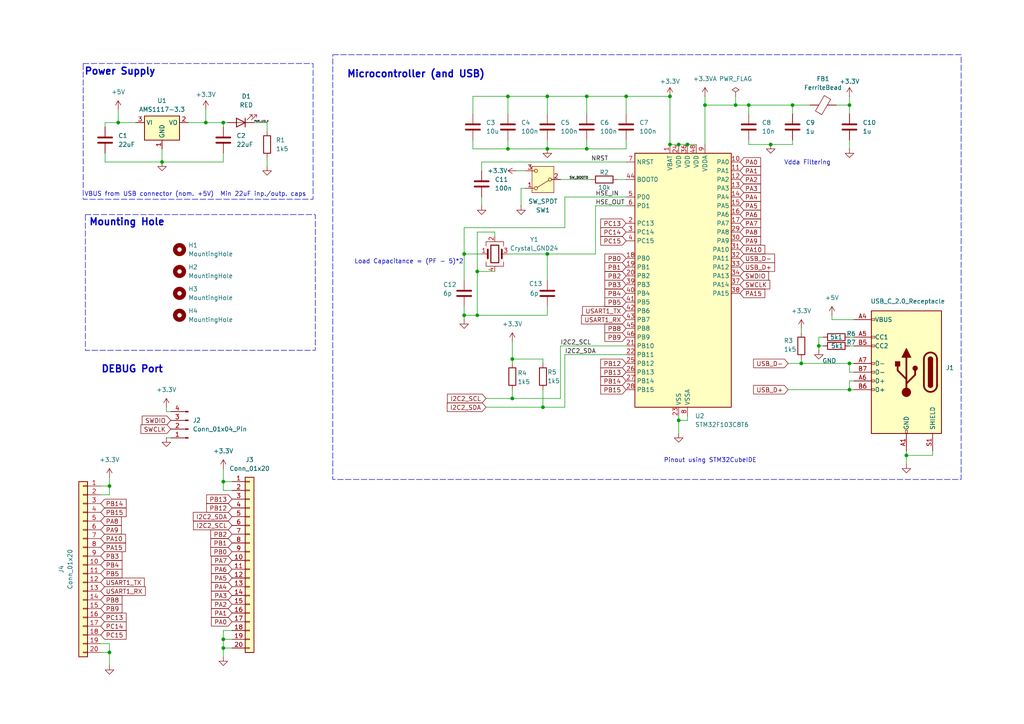
<source format=kicad_sch>
(kicad_sch (version 20231120) (generator "eeschema") (generator_version "8.0")
  (paper "A4")
  (title_block (title "First STM32 Design") (date "2024-02-27") (rev "0.1") (company "Secured Solutions Group"))
  (lib_symbols
    (symbol "Connector:Conn_01x04_Pin" (pin_names (offset 1.016) hide)
      (property "Reference" "J" (at 0 5.08 0))
      (property "Value" "Conn_01x04_Pin" (at 0 -7.62 0))
      (symbol "Conn_01x04_Pin_1_1"
        (pin passive line (at 5.08 2.54 180) (length 3.81) (name "Pin_1") (number "1"))
        (pin passive line (at 5.08 0 180) (length 3.81) (name "Pin_2") (number "2"))
        (pin passive line (at 5.08 -2.54 180) (length 3.81) (name "Pin_3") (number "3"))
        (pin passive line (at 5.08 -5.08 180) (length 3.81) (name "Pin_4") (number "4"))
      )
    )
    (symbol "Connector:USB_C_Receptacle_USB2.0_14P" (pin_names (offset 1.016))
      (property "Reference" "J" (at 0 22.225 0))
      (property "Value" "USB_C_Receptacle_USB2.0_14P" (at 0 19.685 0))
      (symbol "USB_C_Receptacle_USB2.0_14P_1_1"
        (pin passive line (at 0 -22.86 90) (length 5.08) (name "GND") (number "A1"))
        (pin passive line (at 0 -22.86 90) (length 5.08) hide (name "GND") (number "A12"))
        (pin passive line (at 15.24 15.24 180) (length 5.08) (name "VBUS") (number "A4"))
        (pin bidirectional line (at 15.24 10.16 180) (length 5.08) (name "CC1") (number "A5"))
        (pin bidirectional line (at 15.24 -2.54 180) (length 5.08) (name "D+") (number "A6"))
        (pin bidirectional line (at 15.24 2.54 180) (length 5.08) (name "D-") (number "A7"))
        (pin passive line (at 15.24 15.24 180) (length 5.08) hide (name "VBUS") (number "A9"))
        (pin passive line (at 0 -22.86 90) (length 5.08) hide (name "GND") (number "B1"))
        (pin passive line (at 0 -22.86 90) (length 5.08) hide (name "GND") (number "B12"))
        (pin passive line (at 15.24 15.24 180) (length 5.08) hide (name "VBUS") (number "B4"))
        (pin bidirectional line (at 15.24 7.62 180) (length 5.08) (name "CC2") (number "B5"))
        (pin bidirectional line (at 15.24 -5.08 180) (length 5.08) (name "D+") (number "B6"))
        (pin bidirectional line (at 15.24 0 180) (length 5.08) (name "D-") (number "B7"))
        (pin passive line (at 15.24 15.24 180) (length 5.08) hide (name "VBUS") (number "B9"))
        (pin passive line (at -7.62 -22.86 90) (length 5.08) (name "SHIELD") (number "S1"))
      )
    )
    (symbol "Connector_Generic:Conn_01x20" (pin_names (offset 1.016) hide)
      (property "Reference" "J" (at 0 25.4 0))
      (property "Value" "Conn_01x20" (at 0 -27.94 0))
      (symbol "Conn_01x20_1_1"
        (pin passive line (at -5.08 22.86 0) (length 3.81) (name "Pin_1") (number "1"))
        (pin passive line (at -5.08 0 0) (length 3.81) (name "Pin_10") (number "10"))
        (pin passive line (at -5.08 -2.54 0) (length 3.81) (name "Pin_11") (number "11"))
        (pin passive line (at -5.08 -5.08 0) (length 3.81) (name "Pin_12") (number "12"))
        (pin passive line (at -5.08 -7.62 0) (length 3.81) (name "Pin_13") (number "13"))
        (pin passive line (at -5.08 -10.16 0) (length 3.81) (name "Pin_14") (number "14"))
        (pin passive line (at -5.08 -12.7 0) (length 3.81) (name "Pin_15") (number "15"))
        (pin passive line (at -5.08 -15.24 0) (length 3.81) (name "Pin_16") (number "16"))
        (pin passive line (at -5.08 -17.78 0) (length 3.81) (name "Pin_17") (number "17"))
        (pin passive line (at -5.08 -20.32 0) (length 3.81) (name "Pin_18") (number "18"))
        (pin passive line (at -5.08 -22.86 0) (length 3.81) (name "Pin_19") (number "19"))
        (pin passive line (at -5.08 20.32 0) (length 3.81) (name "Pin_2") (number "2"))
        (pin passive line (at -5.08 -25.4 0) (length 3.81) (name "Pin_20") (number "20"))
        (pin passive line (at -5.08 17.78 0) (length 3.81) (name "Pin_3") (number "3"))
        (pin passive line (at -5.08 15.24 0) (length 3.81) (name "Pin_4") (number "4"))
        (pin passive line (at -5.08 12.7 0) (length 3.81) (name "Pin_5") (number "5"))
        (pin passive line (at -5.08 10.16 0) (length 3.81) (name "Pin_6") (number "6"))
        (pin passive line (at -5.08 7.62 0) (length 3.81) (name "Pin_7") (number "7"))
        (pin passive line (at -5.08 5.08 0) (length 3.81) (name "Pin_8") (number "8"))
        (pin passive line (at -5.08 2.54 0) (length 3.81) (name "Pin_9") (number "9"))
      )
    )
    (symbol "My_Library:+3.3V" (power) (pin_numbers hide) (pin_names (offset 0) hide)
      (property "Value" "+3.3V" (at 0 3.556 0))
      (symbol "+3.3V_1_1"
        (pin power_in line (at 0 0 90) (length 0) (name "~") (number "1"))
      )
    )
    (symbol "My_Library:+3.3VA" (power) (pin_numbers hide) (pin_names (offset 0) hide)
      (property "Value" "+3.3VA" (at 0 3.556 0))
      (symbol "+3.3VA_1_1"
        (pin power_in line (at 0 0 90) (length 0) (name "~") (number "1"))
      )
    )
    (symbol "My_Library:AMS1117-3.3"
      (property "Reference" "U" (at -3.81 3.175 0))
      (property "Value" "AMS1117-3.3" (at 0 3.175 0))
      (symbol "AMS1117-3.3_1_1"
        (pin power_in line (at 0 -7.62 90) (length 2.54) (name "GND") (number "1"))
        (pin power_out line (at 7.62 0 180) (length 2.54) (name "VO") (number "2"))
        (pin power_in line (at -7.62 0 0) (length 2.54) (name "VI") (number "3"))
      )
    )
    (symbol "My_Library:C" (pin_numbers hide) (pin_names (offset 0.254))
      (property "Reference" "C" (at 0.635 2.54 0))
      (property "Value" "C" (at 0.635 -2.54 0))
      (symbol "C_1_1"
        (pin passive line (at 0 3.81 270) (length 2.794) (name "~") (number "1"))
        (pin passive line (at 0 -3.81 90) (length 2.794) (name "~") (number "2"))
      )
    )
    (symbol "My_Library:Crystal_GND24" (pin_names (offset 1.016) hide)
      (property "Reference" "Y" (at 3.175 5.08 0))
      (property "Value" "Crystal_GND24" (at 3.175 3.175 0))
      (symbol "Crystal_GND24_1_1"
        (pin passive line (at -3.81 0 0) (length 1.27) (name "1") (number "1"))
        (pin passive line (at 0 5.08 270) (length 1.27) (name "2") (number "2"))
        (pin passive line (at 3.81 0 180) (length 1.27) (name "3") (number "3"))
        (pin passive line (at 0 -5.08 90) (length 1.27) (name "4") (number "4"))
      )
    )
    (symbol "My_Library:FerriteBead" (pin_numbers hide) (pin_names (offset 0))
      (property "Reference" "FB" (at -3.81 0.635 90))
      (property "Value" "FerriteBead" (at 3.81 0 90))
      (symbol "FerriteBead_1_1"
        (pin passive line (at 0 3.81 270) (length 2.54) (name "~") (number "1"))
        (pin passive line (at 0 -3.81 90) (length 2.54) (name "~") (number "2"))
      )
    )
    (symbol "My_Library:GND" (power) (pin_numbers hide) (pin_names (offset 0) hide)
      (property "Value" "GND" (at 0 -3.81 0))
      (symbol "GND_1_1"
        (pin power_in line (at 0 0 270) (length 0) (name "~") (number "1"))
      )
    )
    (symbol "My_Library:LED" (pin_numbers hide) (pin_names (offset 1.016) hide)
      (property "Reference" "D" (at 0 2.54 0))
      (property "Value" "LED" (at 0 -2.54 0))
      (symbol "LED_1_1"
        (pin passive line (at -3.81 0 0) (length 2.54) (name "K") (number "1"))
        (pin passive line (at 3.81 0 180) (length 2.54) (name "A") (number "2"))
      )
    )
    (symbol "My_Library:MountingHole" (pin_names (offset 1.016))
      (property "Reference" "H" (at 0 5.08 0))
      (property "Value" "MountingHole" (at 0 3.175 0))
    )
    (symbol "My_Library:PWR_FLAG" (power) (pin_numbers hide) (pin_names (offset 0) hide)
      (property "Value" "PWR_FLAG" (at 0 3.81 0))
      (symbol "PWR_FLAG_0_0"
        (pin power_out line (at 0 0 90) (length 0) (name "~") (number "1"))
      )
    )
    (symbol "My_Library:R" (pin_numbers hide) (pin_names (offset 0))
      (property "Reference" "R" (at 2.032 0 90))
      (property "Value" "R" (at 0 0 90))
      (symbol "R_1_1"
        (pin passive line (at 0 3.81 270) (length 1.27) (name "~") (number "1"))
        (pin passive line (at 0 -3.81 90) (length 1.27) (name "~") (number "2"))
      )
    )
    (symbol "My_Library:STM32F103C8Tx"
      (property "Reference" "U" (at -12.7 39.37 0))
      (property "Value" "STM32F103C8Tx" (at 10.16 39.37 0))
      (symbol "STM32F103C8Tx_1_1"
        (pin power_in line (at -2.54 40.64 270) (length 2.54) (name "VBAT") (number "1"))
        (pin bidirectional line (at 17.78 35.56 180) (length 2.54) (name "PA0") (number "10"))
        (pin bidirectional line (at 17.78 33.02 180) (length 2.54) (name "PA1") (number "11"))
        (pin bidirectional line (at 17.78 30.48 180) (length 2.54) (name "PA2") (number "12"))
        (pin bidirectional line (at 17.78 27.94 180) (length 2.54) (name "PA3") (number "13"))
        (pin bidirectional line (at 17.78 25.4 180) (length 2.54) (name "PA4") (number "14"))
        (pin bidirectional line (at 17.78 22.86 180) (length 2.54) (name "PA5") (number "15"))
        (pin bidirectional line (at 17.78 20.32 180) (length 2.54) (name "PA6") (number "16"))
        (pin bidirectional line (at 17.78 17.78 180) (length 2.54) (name "PA7") (number "17"))
        (pin bidirectional line (at -15.24 7.62 0) (length 2.54) (name "PB0") (number "18"))
        (pin bidirectional line (at -15.24 5.08 0) (length 2.54) (name "PB1") (number "19"))
        (pin bidirectional line (at -15.24 17.78 0) (length 2.54) (name "PC13") (number "2"))
        (pin bidirectional line (at -15.24 2.54 0) (length 2.54) (name "PB2") (number "20"))
        (pin bidirectional line (at -15.24 -17.78 0) (length 2.54) (name "PB10") (number "21"))
        (pin bidirectional line (at -15.24 -20.32 0) (length 2.54) (name "PB11") (number "22"))
        (pin power_in line (at 0 -38.1 90) (length 2.54) (name "VSS") (number "23"))
        (pin power_in line (at 0 40.64 270) (length 2.54) (name "VDD") (number "24"))
        (pin bidirectional line (at -15.24 -22.86 0) (length 2.54) (name "PB12") (number "25"))
        (pin bidirectional line (at -15.24 -25.4 0) (length 2.54) (name "PB13") (number "26"))
        (pin bidirectional line (at -15.24 -27.94 0) (length 2.54) (name "PB14") (number "27"))
        (pin bidirectional line (at -15.24 -30.48 0) (length 2.54) (name "PB15") (number "28"))
        (pin bidirectional line (at 17.78 15.24 180) (length 2.54) (name "PA8") (number "29"))
        (pin bidirectional line (at -15.24 15.24 0) (length 2.54) (name "PC14") (number "3"))
        (pin bidirectional line (at 17.78 12.7 180) (length 2.54) (name "PA9") (number "30"))
        (pin bidirectional line (at 17.78 10.16 180) (length 2.54) (name "PA10") (number "31"))
        (pin bidirectional line (at 17.78 7.62 180) (length 2.54) (name "PA11") (number "32"))
        (pin bidirectional line (at 17.78 5.08 180) (length 2.54) (name "PA12") (number "33"))
        (pin bidirectional line (at 17.78 2.54 180) (length 2.54) (name "PA13") (number "34"))
        (pin passive line (at 0 -38.1 90) (length 2.54) hide (name "VSS") (number "35"))
        (pin power_in line (at 2.54 40.64 270) (length 2.54) (name "VDD") (number "36"))
        (pin bidirectional line (at 17.78 0 180) (length 2.54) (name "PA14") (number "37"))
        (pin bidirectional line (at 17.78 -2.54 180) (length 2.54) (name "PA15") (number "38"))
        (pin bidirectional line (at -15.24 0 0) (length 2.54) (name "PB3") (number "39"))
        (pin bidirectional line (at -15.24 12.7 0) (length 2.54) (name "PC15") (number "4"))
        (pin bidirectional line (at -15.24 -2.54 0) (length 2.54) (name "PB4") (number "40"))
        (pin bidirectional line (at -15.24 -5.08 0) (length 2.54) (name "PB5") (number "41"))
        (pin bidirectional line (at -15.24 -7.62 0) (length 2.54) (name "PB6") (number "42"))
        (pin bidirectional line (at -15.24 -10.16 0) (length 2.54) (name "PB7") (number "43"))
        (pin input line (at -15.24 30.48 0) (length 2.54) (name "BOOT0") (number "44"))
        (pin bidirectional line (at -15.24 -12.7 0) (length 2.54) (name "PB8") (number "45"))
        (pin bidirectional line (at -15.24 -15.24 0) (length 2.54) (name "PB9") (number "46"))
        (pin passive line (at 0 -38.1 90) (length 2.54) hide (name "VSS") (number "47"))
        (pin power_in line (at 5.08 40.64 270) (length 2.54) (name "VDD") (number "48"))
        (pin bidirectional line (at -15.24 25.4 0) (length 2.54) (name "PD0") (number "5"))
        (pin bidirectional line (at -15.24 22.86 0) (length 2.54) (name "PD1") (number "6"))
        (pin input line (at -15.24 35.56 0) (length 2.54) (name "NRST") (number "7"))
        (pin power_in line (at 2.54 -38.1 90) (length 2.54) (name "VSSA") (number "8"))
        (pin power_in line (at 7.62 40.64 270) (length 2.54) (name "VDDA") (number "9"))
      )
    )
    (symbol "My_Library:SW_SPDT" (pin_names (offset 0) hide)
      (property "Reference" "SW" (at 0 5.08 0))
      (property "Value" "SW_SPDT" (at 0 -5.08 0))
      (symbol "SW_SPDT_1_1"
        (pin passive line (at 5.08 2.54 180) (length 2.54) (name "A") (number "1"))
        (pin passive line (at -5.08 0 0) (length 2.54) (name "B") (number "2"))
        (pin passive line (at 5.08 -2.54 180) (length 2.54) (name "C") (number "3"))
      )
    )
    (symbol "power:+5V" (power) (pin_numbers hide) (pin_names (offset 0) hide)
      (property "Value" "+5V" (at 0 3.556 0))
      (symbol "+5V_1_1"
        (pin power_in line (at 0 0 90) (length 0) (name "~") (number "1"))
      )
    )
  )
  (junction (at 64.77 187.96))
  (junction (at 64.77 35.56))
  (junction (at 31.75 189.23))
  (junction (at 170.18 43.18))
  (junction (at 237.49 100.33))
  (junction (at 194.31 41.91))
  (junction (at 204.47 30.48))
  (junction (at 246.38 113.03))
  (junction (at 158.75 73.66))
  (junction (at 262.89 132.08))
  (junction (at 232.41 105.41))
  (junction (at 147.32 43.18))
  (junction (at 213.36 30.48))
  (junction (at 138.43 78.74))
  (junction (at 64.77 185.42))
  (junction (at 157.48 118.11))
  (junction (at 246.38 105.41))
  (junction (at 217.17 30.48))
  (junction (at 138.43 91.44))
  (junction (at 64.77 139.7))
  (junction (at 148.59 115.57))
  (junction (at 196.85 121.92))
  (junction (at 194.31 27.94))
  (junction (at 148.59 104.14))
  (junction (at 134.62 91.44))
  (junction (at 181.61 27.94))
  (junction (at 223.52 41.91))
  (junction (at 147.32 27.94))
  (junction (at 199.39 41.91))
  (junction (at 59.69 35.56))
  (junction (at 229.87 30.48))
  (junction (at 158.75 27.94))
  (junction (at 196.85 41.91))
  (junction (at 246.38 30.48))
  (junction (at 34.29 35.56))
  (junction (at 31.75 140.97))
  (junction (at 46.99 46.99))
  (junction (at 158.75 43.18))
  (junction (at 170.18 27.94))
  (junction (at 134.62 73.66))
  (wire (pts (xy 170.18 33.02) (xy 170.18 27.94)))
  (wire (pts (xy 31.75 143.51) (xy 31.75 140.97)))
  (wire (pts (xy 172.72 59.69) (xy 172.72 73.66)))
  (wire (pts (xy 151.13 54.61) (xy 152.4 54.61)))
  (wire (pts (xy 59.69 35.56) (xy 64.77 35.56)))
  (wire (pts (xy 181.61 33.02) (xy 181.61 27.94)))
  (wire (pts (xy 137.16 27.94) (xy 147.32 27.94)))
  (wire (pts (xy 64.77 35.56) (xy 64.77 36.83)))
  (wire (pts (xy 247.65 107.95) (xy 246.38 107.95)))
  (wire (pts (xy 140.97 118.11) (xy 157.48 118.11)))
  (wire (pts (xy 77.47 35.56) (xy 77.47 38.1)))
  (wire (pts (xy 30.48 35.56) (xy 34.29 35.56)))
  (wire (pts (xy 229.87 40.64) (xy 229.87 41.91)))
  (wire (pts (xy 262.89 132.08) (xy 262.89 130.81)))
  (wire (pts (xy 229.87 30.48) (xy 234.95 30.48)))
  (wire (pts (xy 134.62 66.04) (xy 134.62 73.66)))
  (wire (pts (xy 147.32 40.64) (xy 147.32 43.18)))
  (wire (pts (xy 158.75 43.18) (xy 170.18 43.18)))
  (wire (pts (xy 158.75 88.9) (xy 158.75 91.44)))
  (wire (pts (xy 196.85 120.65) (xy 196.85 121.92)))
  (wire (pts (xy 31.75 193.04) (xy 31.75 189.23)))
  (wire (pts (xy 232.41 95.25) (xy 232.41 96.52)))
  (wire (pts (xy 163.83 57.15) (xy 181.61 57.15)))
  (wire (pts (xy 59.69 31.75) (xy 59.69 35.56)))
  (wire (pts (xy 270.51 130.81) (xy 270.51 132.08)))
  (wire (pts (xy 138.43 78.74) (xy 143.51 78.74)))
  (wire (pts (xy 148.59 104.14) (xy 157.48 104.14)))
  (wire (pts (xy 67.31 182.88) (xy 64.77 182.88)))
  (wire (pts (xy 158.75 73.66) (xy 158.75 81.28)))
  (wire (pts (xy 31.75 189.23) (xy 29.21 189.23)))
  (wire (pts (xy 64.77 182.88) (xy 64.77 185.42)))
  (wire (pts (xy 30.48 36.83) (xy 30.48 35.56)))
  (wire (pts (xy 181.61 40.64) (xy 181.61 43.18)))
  (wire (pts (xy 29.21 140.97) (xy 31.75 140.97)))
  (wire (pts (xy 242.57 30.48) (xy 246.38 30.48)))
  (wire (pts (xy 246.38 30.48) (xy 246.38 33.02)))
  (wire (pts (xy 148.59 115.57) (xy 162.56 115.57)))
  (wire (pts (xy 148.59 99.06) (xy 148.59 104.14)))
  (wire (pts (xy 30.48 44.45) (xy 30.48 46.99)))
  (wire (pts (xy 137.16 33.02) (xy 137.16 27.94)))
  (wire (pts (xy 158.75 40.64) (xy 158.75 43.18)))
  (wire (pts (xy 151.13 59.69) (xy 151.13 54.61)))
  (wire (pts (xy 237.49 100.33) (xy 237.49 101.6)))
  (wire (pts (xy 134.62 88.9) (xy 134.62 91.44)))
  (wire (pts (xy 204.47 30.48) (xy 213.36 30.48)))
  (wire (pts (xy 64.77 187.96) (xy 67.31 187.96)))
  (wire (pts (xy 204.47 30.48) (xy 204.47 41.91)))
  (wire (pts (xy 163.83 57.15) (xy 163.83 66.04)))
  (wire (pts (xy 149.86 49.53) (xy 152.4 49.53)))
  (wire (pts (xy 246.38 43.18) (xy 246.38 40.64)))
  (wire (pts (xy 64.77 142.24) (xy 64.77 139.7)))
  (wire (pts (xy 34.29 35.56) (xy 39.37 35.56)))
  (wire (pts (xy 237.49 100.33) (xy 238.76 100.33)))
  (wire (pts (xy 172.72 73.66) (xy 158.75 73.66)))
  (wire (pts (xy 137.16 43.18) (xy 147.32 43.18)))
  (wire (pts (xy 229.87 30.48) (xy 229.87 33.02)))
  (wire (pts (xy 64.77 190.5) (xy 64.77 187.96)))
  (wire (pts (xy 199.39 41.91) (xy 201.93 41.91)))
  (wire (pts (xy 194.31 41.91) (xy 196.85 41.91)))
  (wire (pts (xy 246.38 110.49) (xy 247.65 110.49)))
  (wire (pts (xy 238.76 97.79) (xy 237.49 97.79)))
  (wire (pts (xy 170.18 27.94) (xy 181.61 27.94)))
  (wire (pts (xy 241.3 91.44) (xy 241.3 92.71)))
  (wire (pts (xy 31.75 189.23) (xy 31.75 186.69)))
  (wire (pts (xy 67.31 142.24) (xy 64.77 142.24)))
  (wire (pts (xy 46.99 46.99) (xy 64.77 46.99)))
  (wire (pts (xy 217.17 41.91) (xy 217.17 40.64)))
  (wire (pts (xy 138.43 91.44) (xy 134.62 91.44)))
  (wire (pts (xy 147.32 27.94) (xy 158.75 27.94)))
  (wire (pts (xy 194.31 27.94) (xy 194.31 41.91)))
  (wire (pts (xy 31.75 138.43) (xy 31.75 140.97)))
  (wire (pts (xy 204.47 27.94) (xy 204.47 30.48)))
  (wire (pts (xy 64.77 44.45) (xy 64.77 46.99)))
  (wire (pts (xy 217.17 30.48) (xy 217.17 33.02)))
  (wire (pts (xy 67.31 139.7) (xy 64.77 139.7)))
  (wire (pts (xy 217.17 30.48) (xy 229.87 30.48)))
  (wire (pts (xy 157.48 113.03) (xy 157.48 118.11)))
  (wire (pts (xy 213.36 27.94) (xy 213.36 30.48)))
  (wire (pts (xy 246.38 113.03) (xy 246.38 110.49)))
  (wire (pts (xy 48.26 119.38) (xy 49.53 119.38)))
  (wire (pts (xy 139.7 46.99) (xy 181.61 46.99)))
  (wire (pts (xy 34.29 31.75) (xy 34.29 35.56)))
  (wire (pts (xy 46.99 43.18) (xy 46.99 46.99)))
  (wire (pts (xy 163.83 102.87) (xy 163.83 118.11)))
  (wire (pts (xy 147.32 27.94) (xy 147.32 33.02)))
  (wire (pts (xy 138.43 91.44) (xy 158.75 91.44)))
  (wire (pts (xy 162.56 100.33) (xy 181.61 100.33)))
  (wire (pts (xy 213.36 30.48) (xy 217.17 30.48)))
  (wire (pts (xy 162.56 52.07) (xy 171.45 52.07)))
  (wire (pts (xy 139.7 49.53) (xy 139.7 46.99)))
  (wire (pts (xy 147.32 73.66) (xy 158.75 73.66)))
  (wire (pts (xy 77.47 45.72) (xy 77.47 48.26)))
  (wire (pts (xy 139.7 57.15) (xy 139.7 59.69)))
  (wire (pts (xy 143.51 68.58) (xy 143.51 67.31)))
  (wire (pts (xy 246.38 27.94) (xy 246.38 30.48)))
  (wire (pts (xy 196.85 121.92) (xy 199.39 121.92)))
  (wire (pts (xy 48.26 127) (xy 49.53 127)))
  (wire (pts (xy 148.59 104.14) (xy 148.59 105.41)))
  (wire (pts (xy 138.43 78.74) (xy 138.43 91.44)))
  (wire (pts (xy 246.38 97.79) (xy 247.65 97.79)))
  (wire (pts (xy 196.85 121.92) (xy 196.85 125.73)))
  (wire (pts (xy 64.77 35.56) (xy 66.04 35.56)))
  (wire (pts (xy 73.66 35.56) (xy 77.47 35.56)))
  (wire (pts (xy 138.43 67.31) (xy 138.43 78.74)))
  (wire (pts (xy 228.6 105.41) (xy 232.41 105.41)))
  (wire (pts (xy 232.41 105.41) (xy 246.38 105.41)))
  (wire (pts (xy 163.83 66.04) (xy 134.62 66.04)))
  (wire (pts (xy 237.49 97.79) (xy 237.49 100.33)))
  (wire (pts (xy 148.59 115.57) (xy 140.97 115.57)))
  (wire (pts (xy 148.59 113.03) (xy 148.59 115.57)))
  (wire (pts (xy 157.48 118.11) (xy 163.83 118.11)))
  (wire (pts (xy 29.21 143.51) (xy 31.75 143.51)))
  (wire (pts (xy 163.83 102.87) (xy 181.61 102.87)))
  (wire (pts (xy 262.89 134.62) (xy 262.89 132.08)))
  (wire (pts (xy 64.77 185.42) (xy 64.77 187.96)))
  (wire (pts (xy 172.72 59.69) (xy 181.61 59.69)))
  (wire (pts (xy 134.62 73.66) (xy 134.62 81.28)))
  (wire (pts (xy 246.38 100.33) (xy 247.65 100.33)))
  (wire (pts (xy 134.62 73.66) (xy 139.7 73.66)))
  (wire (pts (xy 223.52 41.91) (xy 217.17 41.91)))
  (wire (pts (xy 170.18 40.64) (xy 170.18 43.18)))
  (wire (pts (xy 147.32 43.18) (xy 158.75 43.18)))
  (wire (pts (xy 199.39 121.92) (xy 199.39 120.65)))
  (wire (pts (xy 241.3 92.71) (xy 247.65 92.71)))
  (wire (pts (xy 158.75 27.94) (xy 170.18 27.94)))
  (wire (pts (xy 157.48 105.41) (xy 157.48 104.14)))
  (wire (pts (xy 31.75 186.69) (xy 29.21 186.69)))
  (wire (pts (xy 270.51 132.08) (xy 262.89 132.08)))
  (wire (pts (xy 246.38 107.95) (xy 246.38 105.41)))
  (wire (pts (xy 179.07 52.07) (xy 181.61 52.07)))
  (wire (pts (xy 48.26 118.11) (xy 48.26 119.38)))
  (wire (pts (xy 137.16 40.64) (xy 137.16 43.18)))
  (wire (pts (xy 64.77 135.89) (xy 64.77 139.7)))
  (wire (pts (xy 143.51 67.31) (xy 138.43 67.31)))
  (wire (pts (xy 181.61 27.94) (xy 194.31 27.94)))
  (wire (pts (xy 196.85 41.91) (xy 199.39 41.91)))
  (wire (pts (xy 162.56 100.33) (xy 162.56 115.57)))
  (wire (pts (xy 30.48 46.99) (xy 46.99 46.99)))
  (wire (pts (xy 170.18 43.18) (xy 181.61 43.18)))
  (wire (pts (xy 134.62 91.44) (xy 134.62 92.71)))
  (wire (pts (xy 228.6 113.03) (xy 246.38 113.03)))
  (wire (pts (xy 229.87 41.91) (xy 223.52 41.91)))
  (wire (pts (xy 246.38 105.41) (xy 247.65 105.41)))
  (wire (pts (xy 232.41 104.14) (xy 232.41 105.41)))
  (wire (pts (xy 54.61 35.56) (xy 59.69 35.56)))
  (wire (pts (xy 247.65 113.03) (xy 246.38 113.03)))
  (wire (pts (xy 67.31 185.42) (xy 64.77 185.42)))
  (wire (pts (xy 158.75 27.94) (xy 158.75 33.02)))
  (rectangle (start 24.765 62.23) (end 91.44 101.6) (stroke (width 0) (type dash)))
  (rectangle (start 24.13 18.415) (end 90.805 57.785) (stroke (width 0) (type dash)))
  (rectangle (start 96.52 15.875) (end 278.765 139.065) (stroke (width 0) (type dash)))
  (text "Mounting Hole" (at 36.83 64.516 0) (effects (font (size 2 2) (thickness 0.4) (bold yes))))
  (text "Load Capacitance = (PF - 5)*2" (at 118.618 75.946 0) (effects (font (size 1.27 1.27))))
  (text "Microcontroller (and USB)\n" (at 120.65 21.59 0) (effects (font (size 2 2) (thickness 0.4) (bold yes))))
  (text "DEBUG Port" (at 38.354 107.188 0) (effects (font (size 2 2) (thickness 0.4) (bold yes))))
  (text "Vdda Filtering" (at 234.188 47.244 0) (effects (font (size 1.27 1.27))))
  (text "Power Supply" (at 34.798 20.828 0) (effects (font (size 2 2) (thickness 0.4) (bold yes))))
  (text "VBUS from USB connector (nom. +5V)  Min 22uF inp./outp. caps" (at 56.642 56.388 0) (effects (font (size 1.27 1.27))))
  (text "Pinout using STM32CubeIDE" (at 205.994 133.604 0) (effects (font (size 1.27 1.27))))
  (label "I2C2_SCL" (at 162.56 100.33 0))
  (label "HSE_IN" (at 172.72 57.15 0))
  (label "PWR_LED_K" (at 73.66 35.56 0) (effects (font (size 0.5 0.5))))
  (label "SW_BOOT0" (at 165.1 52.07 0) (effects (font (size 0.7 0.7))))
  (label "NRST" (at 171.45 46.99 0))
  (label "I2C2_SDA" (at 163.83 102.87 0))
  (label "HSE_OUT" (at 172.72 59.69 0))
  (global_label "PB13" (shape input) (at 67.31 144.78 180) (property "Intersheetrefs" "${INTERSHEET_REFS}" (effects (hide yes))))
  (global_label "PB9" (shape input) (at 181.61 97.79 180) (property "Intersheetrefs" "${INTERSHEET_REFS}" (effects (hide yes))))
  (global_label "USB_D-" (shape input) (at 228.6 105.41 180) (property "Intersheetrefs" "${INTERSHEET_REFS}" (effects (hide yes))))
  (global_label "PB9" (shape input) (at 29.21 176.53 0) (property "Intersheetrefs" "${INTERSHEET_REFS}" (effects (hide yes))))
  (global_label "PB1" (shape input) (at 181.61 77.47 180) (property "Intersheetrefs" "${INTERSHEET_REFS}" (effects (hide yes))))
  (global_label "PA3" (shape input) (at 67.31 172.72 180) (property "Intersheetrefs" "${INTERSHEET_REFS}" (effects (hide yes))))
  (global_label "PA1" (shape input) (at 67.31 177.8 180) (property "Intersheetrefs" "${INTERSHEET_REFS}" (effects (hide yes))))
  (global_label "PC14" (shape input) (at 181.61 67.31 180) (property "Intersheetrefs" "${INTERSHEET_REFS}" (effects (hide yes))))
  (global_label "PB5" (shape input) (at 29.21 166.37 0) (property "Intersheetrefs" "${INTERSHEET_REFS}" (effects (hide yes))))
  (global_label "PA7" (shape input) (at 67.31 162.56 180) (property "Intersheetrefs" "${INTERSHEET_REFS}" (effects (hide yes))))
  (global_label "PB3" (shape input) (at 181.61 82.55 180) (property "Intersheetrefs" "${INTERSHEET_REFS}" (effects (hide yes))))
  (global_label "PA4" (shape input) (at 214.63 57.15 0) (property "Intersheetrefs" "${INTERSHEET_REFS}" (effects (hide yes))))
  (global_label "PA10" (shape input) (at 214.63 72.39 0) (property "Intersheetrefs" "${INTERSHEET_REFS}" (effects (hide yes))))
  (global_label "USART1_TX" (shape input) (at 181.61 90.17 180) (property "Intersheetrefs" "${INTERSHEET_REFS}" (effects (hide yes))))
  (global_label "USB_D+" (shape input) (at 228.6 113.03 180) (property "Intersheetrefs" "${INTERSHEET_REFS}" (effects (hide yes))))
  (global_label "PA6" (shape input) (at 67.31 165.1 180) (property "Intersheetrefs" "${INTERSHEET_REFS}" (effects (hide yes))))
  (global_label "I2C2_SCL" (shape input) (at 140.97 115.57 180) (property "Intersheetrefs" "${INTERSHEET_REFS}" (effects (hide yes))))
  (global_label "PA3" (shape input) (at 214.63 54.61 0) (property "Intersheetrefs" "${INTERSHEET_REFS}" (effects (hide yes))))
  (global_label "PB14" (shape input) (at 181.61 110.49 180) (property "Intersheetrefs" "${INTERSHEET_REFS}" (effects (hide yes))))
  (global_label "PA7" (shape input) (at 214.63 64.77 0) (property "Intersheetrefs" "${INTERSHEET_REFS}" (effects (hide yes))))
  (global_label "PA10" (shape input) (at 29.21 156.21 0) (property "Intersheetrefs" "${INTERSHEET_REFS}" (effects (hide yes))))
  (global_label "SWDIO" (shape input) (at 49.53 121.92 180) (property "Intersheetrefs" "${INTERSHEET_REFS}" (effects (hide yes))))
  (global_label "USART1_TX" (shape input) (at 29.21 168.91 0) (property "Intersheetrefs" "${INTERSHEET_REFS}" (effects (hide yes))))
  (global_label "PB2" (shape input) (at 67.31 154.94 180) (property "Intersheetrefs" "${INTERSHEET_REFS}" (effects (hide yes))))
  (global_label "PA15" (shape input) (at 29.21 158.75 0) (property "Intersheetrefs" "${INTERSHEET_REFS}" (effects (hide yes))))
  (global_label "PA0" (shape input) (at 214.63 46.99 0) (property "Intersheetrefs" "${INTERSHEET_REFS}" (effects (hide yes))))
  (global_label "PB12" (shape input) (at 181.61 105.41 180) (property "Intersheetrefs" "${INTERSHEET_REFS}" (effects (hide yes))))
  (global_label "PB15" (shape input) (at 181.61 113.03 180) (property "Intersheetrefs" "${INTERSHEET_REFS}" (effects (hide yes))))
  (global_label "PB2" (shape input) (at 181.61 80.01 180) (property "Intersheetrefs" "${INTERSHEET_REFS}" (effects (hide yes))))
  (global_label "I2C2_SDA" (shape input) (at 67.31 149.86 180) (property "Intersheetrefs" "${INTERSHEET_REFS}" (effects (hide yes))))
  (global_label "USART1_RX" (shape input) (at 181.61 92.71 180) (property "Intersheetrefs" "${INTERSHEET_REFS}" (effects (hide yes))))
  (global_label "I2C2_SDA" (shape input) (at 140.97 118.11 180) (property "Intersheetrefs" "${INTERSHEET_REFS}" (effects (hide yes))))
  (global_label "PB12" (shape input) (at 67.31 147.32 180) (property "Intersheetrefs" "${INTERSHEET_REFS}" (effects (hide yes))))
  (global_label "PA8" (shape input) (at 29.21 151.13 0) (property "Intersheetrefs" "${INTERSHEET_REFS}" (effects (hide yes))))
  (global_label "PC15" (shape input) (at 181.61 69.85 180) (property "Intersheetrefs" "${INTERSHEET_REFS}" (effects (hide yes))))
  (global_label "PB15" (shape input) (at 29.21 148.59 0) (property "Intersheetrefs" "${INTERSHEET_REFS}" (effects (hide yes))))
  (global_label "PB0" (shape input) (at 67.31 160.02 180) (property "Intersheetrefs" "${INTERSHEET_REFS}" (effects (hide yes))))
  (global_label "PB4" (shape input) (at 181.61 85.09 180) (property "Intersheetrefs" "${INTERSHEET_REFS}" (effects (hide yes))))
  (global_label "PA5" (shape input) (at 67.31 167.64 180) (property "Intersheetrefs" "${INTERSHEET_REFS}" (effects (hide yes))))
  (global_label "PB3" (shape input) (at 29.21 161.29 0) (property "Intersheetrefs" "${INTERSHEET_REFS}" (effects (hide yes))))
  (global_label "PB8" (shape input) (at 181.61 95.25 180) (property "Intersheetrefs" "${INTERSHEET_REFS}" (effects (hide yes))))
  (global_label "USART1_RX" (shape input) (at 29.21 171.45 0) (property "Intersheetrefs" "${INTERSHEET_REFS}" (effects (hide yes))))
  (global_label "I2C2_SCL" (shape input) (at 67.31 152.4 180) (property "Intersheetrefs" "${INTERSHEET_REFS}" (effects (hide yes))))
  (global_label "SWDIO" (shape input) (at 214.63 80.01 0) (property "Intersheetrefs" "${INTERSHEET_REFS}" (effects (hide yes))))
  (global_label "PB5" (shape input) (at 181.61 87.63 180) (property "Intersheetrefs" "${INTERSHEET_REFS}" (effects (hide yes))))
  (global_label "SWCLK" (shape input) (at 214.63 82.55 0) (property "Intersheetrefs" "${INTERSHEET_REFS}" (effects (hide yes))))
  (global_label "PA9" (shape input) (at 29.21 153.67 0) (property "Intersheetrefs" "${INTERSHEET_REFS}" (effects (hide yes))))
  (global_label "PB1" (shape input) (at 67.31 157.48 180) (property "Intersheetrefs" "${INTERSHEET_REFS}" (effects (hide yes))))
  (global_label "SWCLK" (shape input) (at 49.53 124.46 180) (property "Intersheetrefs" "${INTERSHEET_REFS}" (effects (hide yes))))
  (global_label "PB0" (shape input) (at 181.61 74.93 180) (property "Intersheetrefs" "${INTERSHEET_REFS}" (effects (hide yes))))
  (global_label "USB_D-" (shape input) (at 214.63 74.93 0) (property "Intersheetrefs" "${INTERSHEET_REFS}" (effects (hide yes))))
  (global_label "PC13" (shape input) (at 29.21 179.07 0) (property "Intersheetrefs" "${INTERSHEET_REFS}" (effects (hide yes))))
  (global_label "PC15" (shape input) (at 29.21 184.15 0) (property "Intersheetrefs" "${INTERSHEET_REFS}" (effects (hide yes))))
  (global_label "PA8" (shape input) (at 214.63 67.31 0) (property "Intersheetrefs" "${INTERSHEET_REFS}" (effects (hide yes))))
  (global_label "PC14" (shape input) (at 29.21 181.61 0) (property "Intersheetrefs" "${INTERSHEET_REFS}" (effects (hide yes))))
  (global_label "PC13" (shape input) (at 181.61 64.77 180) (property "Intersheetrefs" "${INTERSHEET_REFS}" (effects (hide yes))))
  (global_label "PA15" (shape input) (at 214.63 85.09 0) (property "Intersheetrefs" "${INTERSHEET_REFS}" (effects (hide yes))))
  (global_label "PA2" (shape input) (at 67.31 175.26 180) (property "Intersheetrefs" "${INTERSHEET_REFS}" (effects (hide yes))))
  (global_label "PA4" (shape input) (at 67.31 170.18 180) (property "Intersheetrefs" "${INTERSHEET_REFS}" (effects (hide yes))))
  (global_label "PA6" (shape input) (at 214.63 62.23 0) (property "Intersheetrefs" "${INTERSHEET_REFS}" (effects (hide yes))))
  (global_label "PB4" (shape input) (at 29.21 163.83 0) (property "Intersheetrefs" "${INTERSHEET_REFS}" (effects (hide yes))))
  (global_label "PB13" (shape input) (at 181.61 107.95 180) (property "Intersheetrefs" "${INTERSHEET_REFS}" (effects (hide yes))))
  (global_label "USB_D+" (shape input) (at 214.63 77.47 0) (property "Intersheetrefs" "${INTERSHEET_REFS}" (effects (hide yes))))
  (global_label "PA2" (shape input) (at 214.63 52.07 0) (property "Intersheetrefs" "${INTERSHEET_REFS}" (effects (hide yes))))
  (global_label "PB14" (shape input) (at 29.21 146.05 0) (property "Intersheetrefs" "${INTERSHEET_REFS}" (effects (hide yes))))
  (global_label "PA1" (shape input) (at 214.63 49.53 0) (property "Intersheetrefs" "${INTERSHEET_REFS}" (effects (hide yes))))
  (global_label "PA0" (shape input) (at 67.31 180.34 180) (property "Intersheetrefs" "${INTERSHEET_REFS}" (effects (hide yes))))
  (global_label "PA9" (shape input) (at 214.63 69.85 0) (property "Intersheetrefs" "${INTERSHEET_REFS}" (effects (hide yes))))
  (global_label "PB8" (shape input) (at 29.21 173.99 0) (property "Intersheetrefs" "${INTERSHEET_REFS}" (effects (hide yes))))
  (global_label "PA5" (shape input) (at 214.63 59.69 0) (property "Intersheetrefs" "${INTERSHEET_REFS}" (effects (hide yes))))
  (symbol (lib_id "My_Library:+3.3V") (at 148.59 99.06 0) (unit 1)
    (property "Reference" "#PWR023" (effects (hide yes)))
    (property "Value" "+3.3V" (at 148.59 93.98 0))
    (property "Description" "Power symbol creates a global label with name \"+3.3V\"" (effects (hide yes)))
  )
  (symbol (lib_id "My_Library:MountingHole") (at 52.07 78.74 0) (unit 1)
    (property "Reference" "H2" (at 54.61 77.4699 0) (effects (justify left)))
    (property "Value" "MountingHole" (at 54.61 80.0099 0) (effects (justify left)))
    (property "Footprint" "MountingHole:MountingHole_2.2mm_M2" (effects (hide yes)))
    (property "Description" "Mounting Hole without connection" (effects (hide yes)))
  )
  (symbol (lib_id "My_Library:C") (at 181.61 36.83 0) (unit 1)
    (property "Reference" "C7" (at 185.42 35.5599 0) (effects (justify left)))
    (property "Value" "100n" (at 185.42 38.0999 0) (effects (justify left)))
    (property "Footprint" "Capacitor_SMD:C_0402_1005Metric" (effects (hide yes)))
    (property "Description" "Unpolarized capacitor" (effects (hide yes)))
  )
  (symbol (lib_id "My_Library:GND") (at 151.13 59.69 0) (unit 1)
    (property "Reference" "#PWR013" (effects (hide yes)))
    (property "Value" "GND" (effects (hide yes)))
    (property "Description" "Power symbol creates a global label with name \"GND\" , ground" (effects (hide yes)))
  )
  (symbol (lib_id "My_Library:C") (at 134.62 85.09 0) (unit 1)
    (property "Reference" "C12" (at 128.524 82.55 0) (effects (justify left)))
    (property "Value" "6p" (at 128.524 85.09 0) (effects (justify left)))
    (property "Footprint" "Capacitor_SMD:C_0402_1005Metric" (effects (hide yes)))
    (property "Description" "Unpolarized capacitor" (effects (hide yes)))
  )
  (symbol (lib_id "My_Library:AMS1117-3.3") (at 46.99 35.56 0) (unit 1)
    (property "Reference" "U1" (at 46.99 29.21 0))
    (property "Value" "AMS1117-3.3" (at 46.99 31.75 0))
    (property "Footprint" "Package_TO_SOT_SMD:SOT-223-3_TabPin2" (effects (hide yes)))
    (property "Datasheet" "http://www.advanced-monolithic.com/pdf/ds1117.pdf" (effects (hide yes)))
    (property "Description" "1A Low Dropout regulator, positive, 3.3V fixed output, SOT-223" (effects (hide yes)))
  )
  (symbol (lib_id "My_Library:GND") (at 46.99 46.99 0) (unit 1)
    (property "Reference" "#PWR07" (effects (hide yes)))
    (property "Value" "GND" (effects (hide yes)))
    (property "Description" "Power symbol creates a global label with name \"GND\" , ground" (effects (hide yes)))
  )
  (symbol (lib_id "My_Library:SW_SPDT") (at 157.48 52.07 180) (unit 1)
    (property "Reference" "SW1" (at 157.48 60.96 0))
    (property "Value" "SW_SPDT" (at 157.48 58.42 0))
    (property "Footprint" "Button_Switch_SMD:SW_SPDT_PCM12" (effects (hide yes)))
    (property "Description" "Switch, single pole double throw" (effects (hide yes)))
  )
  (symbol (lib_id "My_Library:+3.3V") (at 31.75 138.43 0) (unit 1)
    (property "Reference" "#PWR024" (effects (hide yes)))
    (property "Value" "+3.3V" (at 31.75 133.35 0))
    (property "Description" "Power symbol creates a global label with name \"+3.3V\"" (effects (hide yes)))
  )
  (symbol (lib_id "power:+5V") (at 241.3 91.44 0) (unit 1)
    (property "Reference" "#PWR01" (effects (hide yes)))
    (property "Value" "+5V" (at 241.3 86.36 0))
    (property "Description" "Power symbol creates a global label with name \"+5V\"" (effects (hide yes)))
  )
  (symbol (lib_id "My_Library:C") (at 158.75 36.83 0) (unit 1)
    (property "Reference" "C5" (at 162.56 35.5599 0) (effects (justify left)))
    (property "Value" "100n" (at 162.56 38.0999 0) (effects (justify left)))
    (property "Footprint" "Capacitor_SMD:C_0402_1005Metric" (effects (hide yes)))
    (property "Description" "Unpolarized capacitor" (effects (hide yes)))
  )
  (symbol (lib_id "My_Library:+3.3V") (at 59.69 31.75 0) (unit 1)
    (property "Reference" "#PWR02" (effects (hide yes)))
    (property "Value" "+3.3V" (at 59.69 27.432 0))
    (property "Description" "Power symbol creates a global label with name \"+3.3V\"" (effects (hide yes)))
  )
  (symbol (lib_id "Connector_Generic:Conn_01x20") (at 72.39 162.56 0) (unit 1)
    (property "Reference" "J3" (at 72.39 133.35 0))
    (property "Value" "Conn_01x20" (at 72.39 135.89 0))
    (property "Footprint" "Connector_PinHeader_2.54mm:PinHeader_1x20_P2.54mm_Vertical" (effects (hide yes)))
    (property "Description" "Generic connector, single row, 01x20, script generated (kicad-library-utils/schlib/autogen/connector/)" (effects (hide yes)))
  )
  (symbol (lib_id "My_Library:C") (at 158.75 85.09 0) (unit 1)
    (property "Reference" "C13" (at 153.416 82.296 0) (effects (justify left)))
    (property "Value" "6p" (at 153.67 85.09 0) (effects (justify left)))
    (property "Footprint" "Capacitor_SMD:C_0402_1005Metric" (effects (hide yes)))
    (property "Description" "Unpolarized capacitor" (effects (hide yes)))
  )
  (symbol (lib_id "My_Library:+3.3V") (at 64.77 135.89 0) (unit 1)
    (property "Reference" "#PWR025" (effects (hide yes)))
    (property "Value" "+3.3V" (at 64.77 130.81 0))
    (property "Description" "Power symbol creates a global label with name \"+3.3V\"" (effects (hide yes)))
  )
  (symbol (lib_id "power:+5V") (at 34.29 31.75 0) (unit 1)
    (property "Reference" "#PWR029" (effects (hide yes)))
    (property "Value" "+5V" (at 34.29 26.67 0))
    (property "Description" "Power symbol creates a global label with name \"+5V\"" (effects (hide yes)))
  )
  (symbol (lib_id "My_Library:+3.3V") (at 48.26 118.11 0) (unit 1)
    (property "Reference" "#PWR017" (effects (hide yes)))
    (property "Value" "+3.3V" (at 48.26 113.03 0))
    (property "Description" "Power symbol creates a global label with name \"+3.3V\"" (effects (hide yes)))
  )
  (symbol (lib_id "My_Library:C") (at 30.48 40.64 0) (unit 1)
    (property "Reference" "C1" (at 34.29 39.3699 0) (effects (justify left)))
    (property "Value" "22uF" (at 34.29 41.9099 0) (effects (justify left)))
    (property "Footprint" "Capacitor_SMD:C_0805_2012Metric" (effects (hide yes)))
    (property "Description" "Unpolarized capacitor" (effects (hide yes)))
  )
  (symbol (lib_id "My_Library:C") (at 137.16 36.83 0) (unit 1)
    (property "Reference" "C3" (at 140.97 35.5599 0) (effects (justify left)))
    (property "Value" "10u" (at 140.97 38.0999 0) (effects (justify left)))
    (property "Footprint" "Capacitor_SMD:C_0603_1608Metric" (effects (hide yes)))
    (property "Description" "Unpolarized capacitor" (effects (hide yes)))
  )
  (symbol (lib_id "My_Library:R") (at 175.26 52.07 90) (unit 1)
    (property "Reference" "R2" (at 175.26 50.038 90))
    (property "Value" "10k" (at 175.26 54.356 90))
    (property "Footprint" "Resistor_SMD:R_0402_1005Metric" (effects (hide yes)))
    (property "Description" "Resistor" (effects (hide yes)))
  )
  (symbol (lib_id "Connector:USB_C_Receptacle_USB2.0_14P") (at 262.89 107.95 0) (mirror y) (unit 1)
    (property "Reference" "J1" (at 274.32 106.6799 0) (effects (justify right)))
    (property "Value" "USB_C_2.0_Receptacle" (at 252.476 87.376 0) (effects (justify right)))
    (property "Footprint" "Connector_USB:USB_C_Receptacle_GCT_USB4105-xx-A_16P_TopMnt_Horizontal" (effects (hide yes)))
    (property "Datasheet" "https://www.usb.org/sites/default/files/documents/usb_type-c.zip" (effects (hide yes)))
    (property "Description" "USB 2.0-only 14P Type-C Receptacle connector" (effects (hide yes)))
  )
  (symbol (lib_id "My_Library:+3.3V") (at 232.41 95.25 0) (unit 1)
    (property "Reference" "#PWR014" (effects (hide yes)))
    (property "Value" "+3.3V" (at 232.41 90.17 0))
    (property "Description" "Power symbol creates a global label with name \"+3.3V\"" (effects (hide yes)))
  )
  (symbol (lib_id "Connector:Conn_01x04_Pin") (at 54.61 124.46 180) (unit 1)
    (property "Reference" "J2" (at 55.88 121.9199 0) (effects (justify right)))
    (property "Value" "Conn_01x04_Pin" (at 55.88 124.4599 0) (effects (justify right)))
    (property "Footprint" "Connector_PinHeader_2.54mm:PinHeader_1x04_P2.54mm_Vertical" (effects (hide yes)))
    (property "Description" "Generic connector, single row, 01x04, script generated" (effects (hide yes)))
  )
  (symbol (lib_id "My_Library:FerriteBead") (at 238.76 30.48 90) (unit 1)
    (property "Reference" "FB1" (at 238.7092 22.86 90))
    (property "Value" "FerriteBead" (at 238.7092 25.4 90))
    (property "Footprint" "Inductor_SMD:L_0603_1608Metric" (effects (hide yes)))
    (property "Description" "Ferrite bead" (effects (hide yes)))
  )
  (symbol (lib_id "My_Library:C") (at 139.7 53.34 0) (unit 1)
    (property "Reference" "C11" (at 143.51 52.0699 0) (effects (justify left)))
    (property "Value" "100n" (at 143.51 54.6099 0) (effects (justify left)))
    (property "Footprint" "Capacitor_SMD:C_0402_1005Metric" (effects (hide yes)))
    (property "Description" "Unpolarized capacitor" (effects (hide yes)))
  )
  (symbol (lib_id "My_Library:GND") (at 246.38 43.18 0) (unit 1)
    (property "Reference" "#PWR09" (effects (hide yes)))
    (property "Value" "GND" (effects (hide yes)))
    (property "Description" "Power symbol creates a global label with name \"GND\" , ground" (effects (hide yes)))
  )
  (symbol (lib_id "My_Library:C") (at 170.18 36.83 0) (unit 1)
    (property "Reference" "C6" (at 173.99 35.5599 0) (effects (justify left)))
    (property "Value" "100n" (at 173.99 38.0999 0) (effects (justify left)))
    (property "Footprint" "Capacitor_SMD:C_0402_1005Metric" (effects (hide yes)))
    (property "Description" "Unpolarized capacitor" (effects (hide yes)))
  )
  (symbol (lib_id "My_Library:GND") (at 134.62 92.71 0) (unit 1)
    (property "Reference" "#PWR019" (effects (hide yes)))
    (property "Value" "GND" (effects (hide yes)))
    (property "Description" "Power symbol creates a global label with name \"GND\" , ground" (effects (hide yes)))
  )
  (symbol (lib_id "My_Library:GND") (at 196.85 125.73 0) (unit 1)
    (property "Reference" "#PWR021" (effects (hide yes)))
    (property "Value" "GND" (effects (hide yes)))
    (property "Description" "Power symbol creates a global label with name \"GND\" , ground" (effects (hide yes)))
  )
  (symbol (lib_id "My_Library:R") (at 148.59 109.22 0) (unit 1)
    (property "Reference" "R4" (at 150.114 108.204 0) (effects (justify left)))
    (property "Value" "1k5" (at 150.114 110.744 0) (effects (justify left)))
    (property "Footprint" "Resistor_SMD:R_0402_1005Metric" (effects (hide yes)))
    (property "Description" "Resistor" (effects (hide yes)))
  )
  (symbol (lib_id "My_Library:R") (at 157.48 109.22 0) (unit 1)
    (property "Reference" "R5" (at 158.75 107.95 0) (effects (justify left)))
    (property "Value" "1k5" (at 158.75 110.49 0) (effects (justify left)))
    (property "Footprint" "Resistor_SMD:R_0402_1005Metric" (effects (hide yes)))
    (property "Description" "Resistor" (effects (hide yes)))
  )
  (symbol (lib_id "My_Library:STM32F103C8Tx") (at 196.85 82.55 0) (unit 1)
    (property "Reference" "U2" (at 201.5841 120.65 0) (effects (justify left)))
    (property "Value" "STM32F103C8T6" (at 201.5841 123.19 0) (effects (justify left)))
    (property "Footprint" "Package_QFP:LQFP-48_7x7mm_P0.5mm" (effects (hide yes)))
    (property "Datasheet" "https://www.st.com/resource/en/datasheet/stm32f103c8.pdf" (effects (hide yes)))
    (property "Description" "STMicroelectronics Arm Cortex-M3 MCU, 64KB flash, 20KB RAM, 72 MHz, 2.0-3.6V, 37 GPIO, LQFP48" (effects (hide yes)))
  )
  (symbol (lib_id "My_Library:Crystal_GND24") (at 143.51 73.66 0) (unit 1)
    (property "Reference" "Y1" (at 154.94 69.469 0))
    (property "Value" "Crystal_GND24" (at 154.94 72.009 0))
    (property "Footprint" "Crystal:Crystal_SMD_3225-4Pin_3.2x2.5mm_HandSoldering" (effects (hide yes)))
    (property "Description" "Four pin crystal, GND on pins 2 and 4" (effects (hide yes)))
  )
  (symbol (lib_id "My_Library:+3.3V") (at 194.31 27.94 0) (unit 1)
    (property "Reference" "#PWR03" (effects (hide yes)))
    (property "Value" "+3.3V" (at 194.31 23.622 0))
    (property "Description" "Power symbol creates a global label with name \"+3.3V\"" (effects (hide yes)))
  )
  (symbol (lib_id "My_Library:GND") (at 158.75 43.18 0) (unit 1)
    (property "Reference" "#PWR08" (effects (hide yes)))
    (property "Value" "GND" (effects (hide yes)))
    (property "Description" "Power symbol creates a global label with name \"GND\" , ground" (effects (hide yes)))
  )
  (symbol (lib_id "My_Library:GND") (at 64.77 190.5 0) (unit 1)
    (property "Reference" "#PWR022" (effects (hide yes)))
    (property "Value" "GND" (effects (hide yes)))
    (property "Description" "Power symbol creates a global label with name \"GND\" , ground" (effects (hide yes)))
  )
  (symbol (lib_id "My_Library:C") (at 147.32 36.83 0) (unit 1)
    (property "Reference" "C4" (at 151.13 35.5599 0) (effects (justify left)))
    (property "Value" "100n" (at 151.13 38.0999 0) (effects (justify left)))
    (property "Footprint" "Capacitor_SMD:C_0402_1005Metric" (effects (hide yes)))
    (property "Description" "Unpolarized capacitor" (effects (hide yes)))
  )
  (symbol (lib_id "My_Library:MountingHole") (at 52.07 72.39 0) (unit 1)
    (property "Reference" "H1" (at 54.61 71.1199 0) (effects (justify left)))
    (property "Value" "MountingHole" (at 54.61 73.6599 0) (effects (justify left)))
    (property "Footprint" "MountingHole:MountingHole_2.2mm_M2" (effects (hide yes)))
    (property "Description" "Mounting Hole without connection" (effects (hide yes)))
  )
  (symbol (lib_id "My_Library:GND") (at 139.7 59.69 0) (unit 1)
    (property "Reference" "#PWR012" (effects (hide yes)))
    (property "Value" "GND" (effects (hide yes)))
    (property "Description" "Power symbol creates a global label with name \"GND\" , ground" (effects (hide yes)))
  )
  (symbol (lib_id "My_Library:MountingHole") (at 52.07 85.09 0) (unit 1)
    (property "Reference" "H3" (at 54.61 83.8199 0) (effects (justify left)))
    (property "Value" "MountingHole" (at 54.61 86.3599 0) (effects (justify left)))
    (property "Footprint" "MountingHole:MountingHole_2.2mm_M2" (effects (hide yes)))
    (property "Description" "Mounting Hole without connection" (effects (hide yes)))
  )
  (symbol (lib_id "Connector_Generic:Conn_01x20") (at 24.13 163.83 0) (mirror y) (unit 1)
    (property "Reference" "J4" (at 17.78 165.1 90))
    (property "Value" "Conn_01x20" (at 20.32 165.1 90))
    (property "Footprint" "Connector_PinHeader_2.54mm:PinHeader_1x20_P2.54mm_Vertical" (effects (hide yes)))
    (property "Description" "Generic connector, single row, 01x20, script generated (kicad-library-utils/schlib/autogen/connector/)" (effects (hide yes)))
  )
  (symbol (lib_id "My_Library:GND") (at 31.75 193.04 0) (unit 1)
    (property "Reference" "#PWR020" (effects (hide yes)))
    (property "Value" "GND" (effects (hide yes)))
    (property "Description" "Power symbol creates a global label with name \"GND\" , ground" (effects (hide yes)))
  )
  (symbol (lib_id "My_Library:MountingHole") (at 52.07 91.44 0) (unit 1)
    (property "Reference" "H4" (at 54.61 90.1699 0) (effects (justify left)))
    (property "Value" "MountingHole" (at 54.61 92.7099 0) (effects (justify left)))
    (property "Footprint" "MountingHole:MountingHole_2.2mm_M2" (effects (hide yes)))
    (property "Description" "Mounting Hole without connection" (effects (hide yes)))
  )
  (symbol (lib_id "My_Library:PWR_FLAG") (at 213.36 27.94 0) (unit 1)
    (property "Reference" "#FLG01" (effects (hide yes)))
    (property "Value" "PWR_FLAG" (at 213.36 22.86 0))
    (property "Description" "Special symbol for telling ERC where power comes from" (effects (hide yes)))
  )
  (symbol (lib_id "My_Library:GND") (at 237.49 101.6 0) (unit 1)
    (property "Reference" "#PWR016" (effects (hide yes)))
    (property "Value" "GND" (at 240.538 104.648 0))
    (property "Description" "Power symbol creates a global label with name \"GND\" , ground" (effects (hide yes)))
  )
  (symbol (lib_id "My_Library:C") (at 64.77 40.64 0) (unit 1)
    (property "Reference" "C2" (at 68.58 39.3699 0) (effects (justify left)))
    (property "Value" "22uF" (at 68.58 41.9099 0) (effects (justify left)))
    (property "Footprint" "Capacitor_SMD:C_0805_2012Metric" (effects (hide yes)))
    (property "Description" "Unpolarized capacitor" (effects (hide yes)))
  )
  (symbol (lib_id "My_Library:+3.3V") (at 149.86 49.53 90) (unit 1)
    (property "Reference" "#PWR011" (effects (hide yes)))
    (property "Value" "+3.3V" (at 144.272 49.53 90))
    (property "Description" "Power symbol creates a global label with name \"+3.3V\"" (effects (hide yes)))
  )
  (symbol (lib_id "My_Library:C") (at 229.87 36.83 0) (unit 1)
    (property "Reference" "C9" (at 233.68 35.5599 0) (effects (justify left)))
    (property "Value" "1u" (at 233.68 38.0999 0) (effects (justify left)))
    (property "Footprint" "Capacitor_SMD:C_0402_1005Metric" (effects (hide yes)))
    (property "Description" "Unpolarized capacitor" (effects (hide yes)))
  )
  (symbol (lib_id "My_Library:GND") (at 48.26 127 0) (unit 1)
    (property "Reference" "#PWR018" (effects (hide yes)))
    (property "Value" "GND" (effects (hide yes)))
    (property "Description" "Power symbol creates a global label with name \"GND\" , ground" (effects (hide yes)))
  )
  (symbol (lib_id "My_Library:R") (at 77.47 41.91 0) (unit 1)
    (property "Reference" "R1" (at 80.01 40.6399 0) (effects (justify left)))
    (property "Value" "1k5" (at 80.01 43.1799 0) (effects (justify left)))
    (property "Footprint" "Resistor_SMD:R_0402_1005Metric" (effects (hide yes)))
    (property "Description" "Resistor" (effects (hide yes)))
  )
  (symbol (lib_id "My_Library:R") (at 242.57 97.79 90) (unit 1)
    (property "Reference" "R6" (at 246.888 96.774 90))
    (property "Value" "5k1" (at 242.57 97.79 90))
    (property "Footprint" "Resistor_SMD:R_0402_1005Metric" (effects (hide yes)))
    (property "Description" "Resistor" (effects (hide yes)))
  )
  (symbol (lib_id "My_Library:C") (at 246.38 36.83 0) (unit 1)
    (property "Reference" "C10" (at 250.19 35.5599 0) (effects (justify left)))
    (property "Value" "1u" (at 250.19 38.0999 0) (effects (justify left)))
    (property "Footprint" "Capacitor_SMD:C_0402_1005Metric" (effects (hide yes)))
    (property "Description" "Unpolarized capacitor" (effects (hide yes)))
  )
  (symbol (lib_id "My_Library:R") (at 232.41 100.33 0) (unit 1)
    (property "Reference" "R3" (at 227.33 98.806 0) (effects (justify left)))
    (property "Value" "1k5" (at 227.33 101.346 0) (effects (justify left)))
    (property "Footprint" "Resistor_SMD:R_0402_1005Metric" (effects (hide yes)))
    (property "Description" "Resistor" (effects (hide yes)))
  )
  (symbol (lib_id "My_Library:GND") (at 77.47 48.26 0) (unit 1)
    (property "Reference" "#PWR010" (effects (hide yes)))
    (property "Value" "GND" (effects (hide yes)))
    (property "Description" "Power symbol creates a global label with name \"GND\" , ground" (effects (hide yes)))
  )
  (symbol (lib_id "My_Library:+3.3VA") (at 204.47 27.94 0) (unit 1)
    (property "Reference" "#PWR04" (effects (hide yes)))
    (property "Value" "+3.3VA" (at 204.47 22.86 0))
    (property "Description" "Power symbol creates a global label with name \"+3.3VA\"" (effects (hide yes)))
  )
  (symbol (lib_id "My_Library:C") (at 217.17 36.83 0) (unit 1)
    (property "Reference" "C8" (at 220.98 35.5599 0) (effects (justify left)))
    (property "Value" "10n" (at 220.98 38.0999 0) (effects (justify left)))
    (property "Footprint" "Capacitor_SMD:C_0402_1005Metric" (effects (hide yes)))
    (property "Description" "Unpolarized capacitor" (effects (hide yes)))
  )
  (symbol (lib_id "My_Library:GND") (at 223.52 41.91 0) (unit 1)
    (property "Reference" "#PWR06" (effects (hide yes)))
    (property "Value" "GND" (effects (hide yes)))
    (property "Description" "Power symbol creates a global label with name \"GND\" , ground" (effects (hide yes)))
  )
  (symbol (lib_id "My_Library:R") (at 242.57 100.33 90) (unit 1)
    (property "Reference" "R7" (at 246.888 99.314 90))
    (property "Value" "5k1" (at 242.824 100.33 90))
    (property "Footprint" "Resistor_SMD:R_0402_1005Metric" (effects (hide yes)))
    (property "Description" "Resistor" (effects (hide yes)))
  )
  (symbol (lib_id "My_Library:+3.3V") (at 246.38 27.94 0) (unit 1)
    (property "Reference" "#PWR05" (effects (hide yes)))
    (property "Value" "+3.3V" (at 246.38 23.622 0))
    (property "Description" "Power symbol creates a global label with name \"+3.3V\"" (effects (hide yes)))
  )
  (symbol (lib_id "My_Library:GND") (at 262.89 134.62 0) (mirror y) (unit 1)
    (property "Reference" "#PWR026" (effects (hide yes)))
    (property "Value" "GND" (effects (hide yes)))
    (property "Description" "Power symbol creates a global label with name \"GND\" , ground" (effects (hide yes)))
  )
  (symbol (lib_id "My_Library:LED") (at 69.85 35.56 180) (unit 1)
    (property "Reference" "D1" (at 71.4375 27.94 0))
    (property "Value" "RED" (at 71.4375 30.48 0))
    (property "Footprint" "LED_SMD:LED_0603_1608Metric" (effects (hide yes)))
    (property "Description" "Light emitting diode" (effects (hide yes)))
  )
)
</source>
